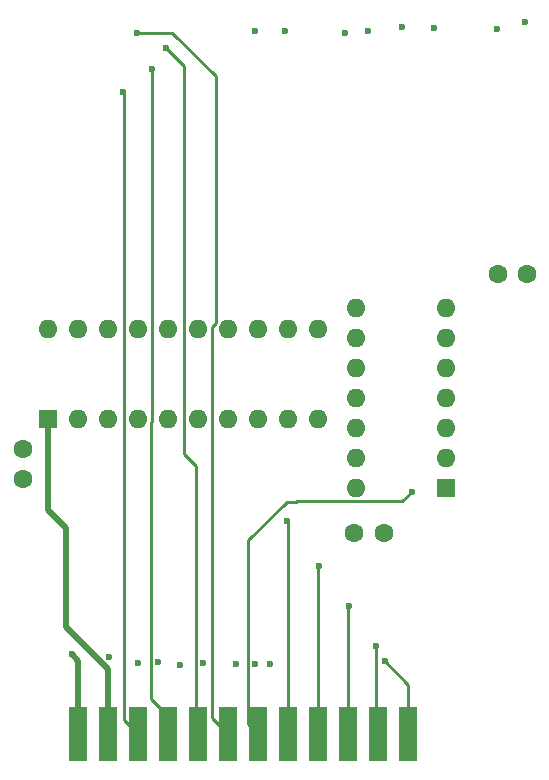
<source format=gbl>
%TF.GenerationSoftware,KiCad,Pcbnew,8.0.8-8.0.8-0~ubuntu22.04.1*%
%TF.CreationDate,2025-02-03T17:59:29-05:00*%
%TF.ProjectId,2600cart,32363030-6361-4727-942e-6b696361645f,rev?*%
%TF.SameCoordinates,Original*%
%TF.FileFunction,Copper,L4,Bot*%
%TF.FilePolarity,Positive*%
%FSLAX46Y46*%
G04 Gerber Fmt 4.6, Leading zero omitted, Abs format (unit mm)*
G04 Created by KiCad (PCBNEW 8.0.8-8.0.8-0~ubuntu22.04.1) date 2025-02-03 17:59:29*
%MOMM*%
%LPD*%
G01*
G04 APERTURE LIST*
%TA.AperFunction,ConnectorPad*%
%ADD10R,1.524000X4.572000*%
%TD*%
%TA.AperFunction,ComponentPad*%
%ADD11C,1.600000*%
%TD*%
%TA.AperFunction,ComponentPad*%
%ADD12R,1.600000X1.600000*%
%TD*%
%TA.AperFunction,ComponentPad*%
%ADD13O,1.600000X1.600000*%
%TD*%
%TA.AperFunction,ViaPad*%
%ADD14C,0.600000*%
%TD*%
%TA.AperFunction,Conductor*%
%ADD15C,0.500000*%
%TD*%
%TA.AperFunction,Conductor*%
%ADD16C,0.250000*%
%TD*%
G04 APERTURE END LIST*
D10*
%TO.P,U1,13,D3*%
%TO.N,D3*%
X129494000Y-132771400D03*
%TO.P,U1,14,D4*%
%TO.N,D4*%
X126954000Y-132771400D03*
%TO.P,U1,15,D5*%
%TO.N,D5*%
X124414000Y-132771400D03*
%TO.P,U1,16,D6*%
%TO.N,D6*%
X121874000Y-132771400D03*
%TO.P,U1,17,D7*%
%TO.N,D7*%
X119334000Y-132771400D03*
%TO.P,U1,18,A12*%
%TO.N,A12*%
X116794000Y-132771400D03*
%TO.P,U1,19,A10*%
%TO.N,A10*%
X114254000Y-132771400D03*
%TO.P,U1,20,A11*%
%TO.N,A11*%
X111714000Y-132771400D03*
%TO.P,U1,21,A9*%
%TO.N,A9*%
X109174000Y-132771400D03*
%TO.P,U1,22,A8*%
%TO.N,A8*%
X106634000Y-132771400D03*
%TO.P,U1,23,VCC*%
%TO.N,VCC*%
X104094000Y-132771400D03*
%TO.P,U1,24,~{EXROM}*%
%TO.N,GND*%
X101554000Y-132771400D03*
%TD*%
D11*
%TO.P,C1,1*%
%TO.N,VCC*%
X137047600Y-93827600D03*
%TO.P,C1,2*%
%TO.N,GND*%
X139547600Y-93827600D03*
%TD*%
%TO.P,C2,1*%
%TO.N,VCC*%
X96824800Y-108630400D03*
%TO.P,C2,2*%
%TO.N,GND*%
X96824800Y-111130400D03*
%TD*%
D12*
%TO.P,U5,1*%
%TO.N,A12*%
X132638800Y-111912400D03*
D13*
%TO.P,U5,2*%
%TO.N,Net-(U3-~{OE})*%
X132638800Y-109372400D03*
%TO.P,U5,3*%
%TO.N,VCC*%
X132638800Y-106832400D03*
%TO.P,U5,4*%
%TO.N,unconnected-(U5-Pad4)*%
X132638800Y-104292400D03*
%TO.P,U5,5*%
%TO.N,VCC*%
X132638800Y-101752400D03*
%TO.P,U5,6*%
%TO.N,unconnected-(U5-Pad6)*%
X132638800Y-99212400D03*
%TO.P,U5,7,GND*%
%TO.N,GND*%
X132638800Y-96672400D03*
%TO.P,U5,8*%
%TO.N,unconnected-(U5-Pad8)*%
X125018800Y-96672400D03*
%TO.P,U5,9*%
%TO.N,VCC*%
X125018800Y-99212400D03*
%TO.P,U5,10*%
%TO.N,unconnected-(U5-Pad10)*%
X125018800Y-101752400D03*
%TO.P,U5,11*%
%TO.N,VCC*%
X125018800Y-104292400D03*
%TO.P,U5,12*%
%TO.N,unconnected-(U5-Pad12)*%
X125018800Y-106832400D03*
%TO.P,U5,13*%
%TO.N,VCC*%
X125018800Y-109372400D03*
%TO.P,U5,14,VCC*%
X125018800Y-111912400D03*
%TD*%
D12*
%TO.P,U3,1,DIR*%
%TO.N,VCC*%
X98958400Y-106070400D03*
D13*
%TO.P,U3,2,A1*%
%TO.N,D0*%
X101498400Y-106070400D03*
%TO.P,U3,3,A2*%
%TO.N,D1*%
X104038400Y-106070400D03*
%TO.P,U3,4,A3*%
%TO.N,D2*%
X106578400Y-106070400D03*
%TO.P,U3,5,A4*%
%TO.N,D3*%
X109118400Y-106070400D03*
%TO.P,U3,6,A5*%
%TO.N,D4*%
X111658400Y-106070400D03*
%TO.P,U3,7,A6*%
%TO.N,D5*%
X114198400Y-106070400D03*
%TO.P,U3,8,A7*%
%TO.N,D6*%
X116738400Y-106070400D03*
%TO.P,U3,9,A8*%
%TO.N,D7*%
X119278400Y-106070400D03*
%TO.P,U3,10,GND*%
%TO.N,GND*%
X121818400Y-106070400D03*
%TO.P,U3,11,B8*%
%TO.N,Net-(U3-B8)*%
X121818400Y-98450400D03*
%TO.P,U3,12,B7*%
%TO.N,Net-(U3-B7)*%
X119278400Y-98450400D03*
%TO.P,U3,13,B6*%
%TO.N,Net-(U3-B6)*%
X116738400Y-98450400D03*
%TO.P,U3,14,B5*%
%TO.N,Net-(U3-B5)*%
X114198400Y-98450400D03*
%TO.P,U3,15,B4*%
%TO.N,Net-(U3-B4)*%
X111658400Y-98450400D03*
%TO.P,U3,16,B3*%
%TO.N,Net-(U3-B3)*%
X109118400Y-98450400D03*
%TO.P,U3,17,B2*%
%TO.N,Net-(U3-B2)*%
X106578400Y-98450400D03*
%TO.P,U3,18,B1*%
%TO.N,Net-(U3-B1)*%
X104038400Y-98450400D03*
%TO.P,U3,19,~{OE}*%
%TO.N,Net-(U3-~{OE})*%
X101498400Y-98450400D03*
%TO.P,U3,20,VCC*%
%TO.N,VCC*%
X98958400Y-98450400D03*
%TD*%
D11*
%TO.P,C3,1*%
%TO.N,VCC*%
X124917200Y-115722400D03*
%TO.P,C3,2*%
%TO.N,GND*%
X127417200Y-115722400D03*
%TD*%
D14*
%TO.N,GND*%
X101000000Y-126000000D03*
%TO.N,A12*%
X129794000Y-112217200D03*
%TO.N,A7*%
X104138881Y-126243019D03*
X116535200Y-73202800D03*
%TO.N,A6*%
X106629200Y-126746000D03*
X119024400Y-73202800D03*
%TO.N,A5*%
X108305600Y-126644400D03*
X124104400Y-73406000D03*
%TO.N,A4*%
X126085600Y-73202800D03*
X110134400Y-126898400D03*
%TO.N,A3*%
X128930400Y-72847200D03*
X112115600Y-126746000D03*
%TO.N,A2*%
X131673600Y-72948800D03*
X114909600Y-126847600D03*
%TO.N,A1*%
X136956800Y-73050400D03*
X116535200Y-126847600D03*
%TO.N,A0*%
X139344400Y-72440800D03*
X117754400Y-126847600D03*
%TO.N,D3*%
X127508000Y-126593600D03*
%TO.N,D4*%
X126756142Y-125313458D03*
%TO.N,D5*%
X124460000Y-121920000D03*
%TO.N,D6*%
X121930142Y-118506258D03*
%TO.N,D7*%
X119227600Y-114706400D03*
%TO.N,A10*%
X106476800Y-73355200D03*
%TO.N,A11*%
X108966000Y-74676000D03*
%TO.N,A9*%
X107797600Y-76403200D03*
%TO.N,A8*%
X105359200Y-78384400D03*
%TD*%
D15*
%TO.N,VCC*%
X100533200Y-115316000D02*
X98958400Y-113741200D01*
X104094000Y-127258800D02*
X100533200Y-123698000D01*
X100533200Y-123698000D02*
X100533200Y-115316000D01*
X98958400Y-106070400D02*
X98958400Y-113741200D01*
X104094000Y-132771400D02*
X104094000Y-127258800D01*
%TO.N,GND*%
X101554000Y-126554000D02*
X101000000Y-126000000D01*
X101554000Y-132771400D02*
X101554000Y-126554000D01*
D16*
%TO.N,A12*%
X115910200Y-116347400D02*
X119176800Y-113080800D01*
X119176800Y-113080800D02*
X119989600Y-113080800D01*
X115910200Y-131887600D02*
X115910200Y-116347400D01*
X116794000Y-132771400D02*
X115910200Y-131887600D01*
X119989600Y-113080800D02*
X120033000Y-113037400D01*
X128973800Y-113037400D02*
X129794000Y-112217200D01*
X120033000Y-113037400D02*
X128973800Y-113037400D01*
%TO.N,D3*%
X129494000Y-132771400D02*
X129494000Y-128579600D01*
X129494000Y-128579600D02*
X127508000Y-126593600D01*
%TO.N,D4*%
X126954000Y-132771400D02*
X126756142Y-132573542D01*
X126756142Y-132573542D02*
X126756142Y-125313458D01*
%TO.N,D5*%
X124414000Y-121966000D02*
X124460000Y-121920000D01*
X124414000Y-132771400D02*
X124414000Y-121966000D01*
%TO.N,D6*%
X121874000Y-132771400D02*
X121874000Y-118562400D01*
X121874000Y-118562400D02*
X121930142Y-118506258D01*
%TO.N,D7*%
X119334000Y-132771400D02*
X119334000Y-114812800D01*
X119334000Y-114812800D02*
X119227600Y-114706400D01*
%TO.N,A10*%
X113182400Y-77063600D02*
X109474000Y-73355200D01*
X112826800Y-131344200D02*
X112826800Y-105359200D01*
X109474000Y-73355200D02*
X106476800Y-73355200D01*
X112826800Y-105359200D02*
X112826800Y-98298000D01*
X114254000Y-132771400D02*
X112826800Y-131344200D01*
X112826800Y-98298000D02*
X113182400Y-97942400D01*
X113182400Y-97942400D02*
X113182400Y-77063600D01*
%TO.N,A11*%
X111490600Y-110033591D02*
X110490000Y-109032991D01*
X111714000Y-132771400D02*
X111490600Y-132548000D01*
X111490600Y-132548000D02*
X111490600Y-110033591D01*
X110490000Y-109032991D02*
X110490000Y-97180400D01*
X110490000Y-76200000D02*
X108966000Y-74676000D01*
X110490000Y-97180400D02*
X110490000Y-76200000D01*
%TO.N,A9*%
X107797600Y-97586800D02*
X107797600Y-76403200D01*
X107797600Y-106266200D02*
X107797600Y-97586800D01*
X107680600Y-129754000D02*
X107680600Y-106383200D01*
X109174000Y-132771400D02*
X109174000Y-131247400D01*
X109174000Y-131247400D02*
X107680600Y-129754000D01*
X107680600Y-106383200D02*
X107797600Y-106266200D01*
%TO.N,A8*%
X106634000Y-132771400D02*
X105453400Y-131590800D01*
X105453400Y-131590800D02*
X105453400Y-78478600D01*
X105453400Y-78478600D02*
X105359200Y-78384400D01*
%TD*%
M02*

</source>
